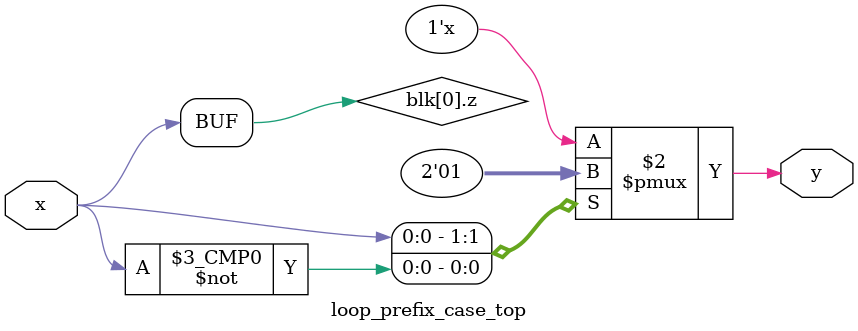
<source format=v>
module loop_prefix_case_top(
	input wire x,
	output reg y
);
	localparam I = 1;
	genvar i;
	generate
		for (i = 0; i < 1; i = i + 1) begin : blk
			wire [i:i] z = x;
		end
	endgenerate
	always @* begin
		case (blk[I - 1].z)
			1: y = 0;
			0: y = 1;
		endcase
	end
endmodule

</source>
